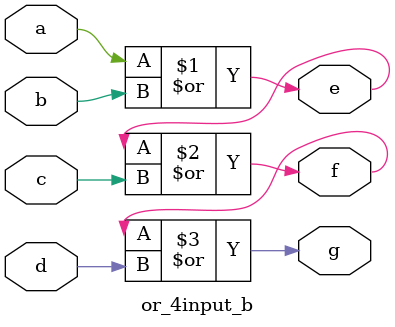
<source format=v>
`timescale 1ns / 1ps

module or_4input_b(
    input a, b, c, d,
    output e, f, g
    );
    assign e = a | b;
    assign f = e | c;
    assign g = f | d;
endmodule
</source>
